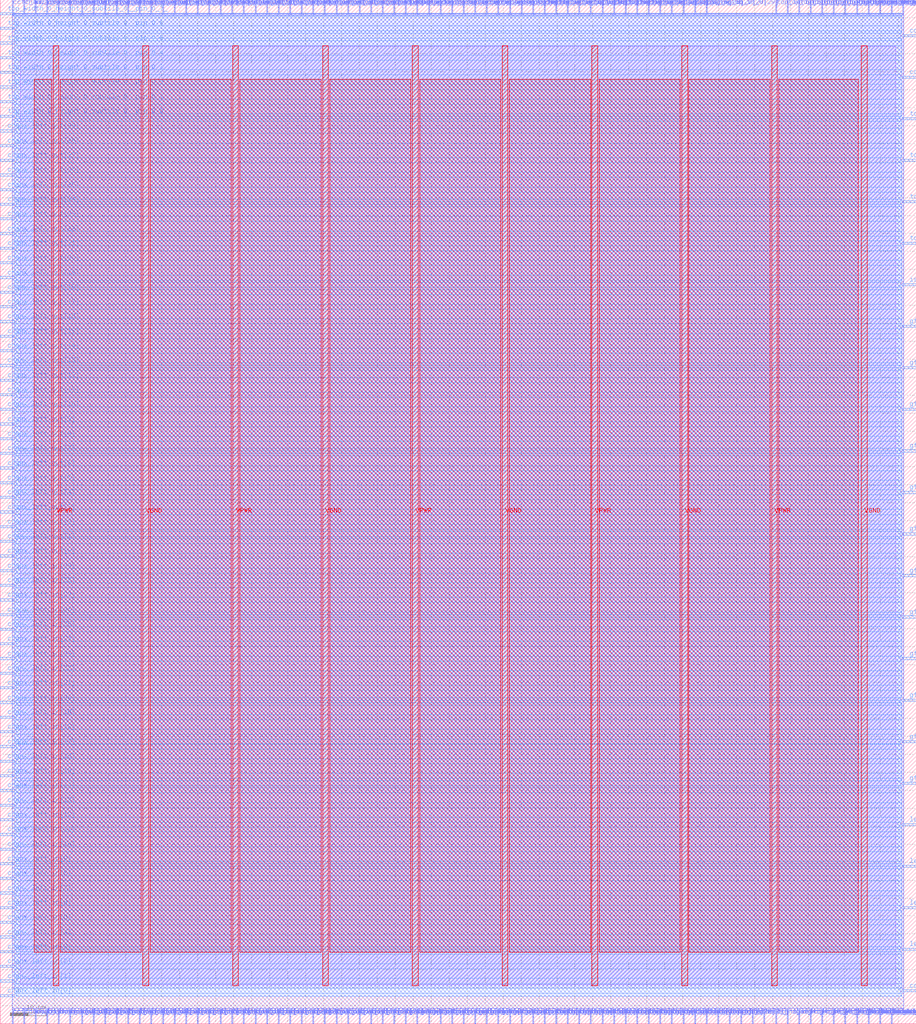
<source format=lef>
VERSION 5.7 ;
  NOWIREEXTENSIONATPIN ON ;
  DIVIDERCHAR "/" ;
  BUSBITCHARS "[]" ;
MACRO right_tile
  CLASS BLOCK ;
  FOREIGN right_tile ;
  ORIGIN 0.000 0.000 ;
  SIZE 255.000 BY 285.000 ;
  PIN VGND
    DIRECTION INOUT ;
    USE GROUND ;
    PORT
      LAYER met4 ;
        RECT 39.720 10.640 41.320 272.240 ;
    END
    PORT
      LAYER met4 ;
        RECT 89.720 10.640 91.320 272.240 ;
    END
    PORT
      LAYER met4 ;
        RECT 139.720 10.640 141.320 272.240 ;
    END
    PORT
      LAYER met4 ;
        RECT 189.720 10.640 191.320 272.240 ;
    END
    PORT
      LAYER met4 ;
        RECT 239.720 10.640 241.320 272.240 ;
    END
  END VGND
  PIN VPWR
    DIRECTION INOUT ;
    USE POWER ;
    PORT
      LAYER met4 ;
        RECT 14.720 10.640 16.320 272.240 ;
    END
    PORT
      LAYER met4 ;
        RECT 64.720 10.640 66.320 272.240 ;
    END
    PORT
      LAYER met4 ;
        RECT 114.720 10.640 116.320 272.240 ;
    END
    PORT
      LAYER met4 ;
        RECT 164.720 10.640 166.320 272.240 ;
    END
    PORT
      LAYER met4 ;
        RECT 214.720 10.640 216.320 272.240 ;
    END
  END VPWR
  PIN bottom_width_0_height_0_subtile_0__pin_cout_0_
    DIRECTION OUTPUT TRISTATE ;
    USE SIGNAL ;
    PORT
      LAYER met2 ;
        RECT 241.590 0.000 241.870 4.000 ;
    END
  END bottom_width_0_height_0_subtile_0__pin_cout_0_
  PIN bottom_width_0_height_0_subtile_0__pin_reg_out_0_
    DIRECTION OUTPUT TRISTATE ;
    USE SIGNAL ;
    PORT
      LAYER met2 ;
        RECT 244.810 0.000 245.090 4.000 ;
    END
  END bottom_width_0_height_0_subtile_0__pin_reg_out_0_
  PIN ccff_head_0_0
    DIRECTION INPUT ;
    USE SIGNAL ;
    PORT
      LAYER met3 ;
        RECT 251.000 8.880 255.000 9.480 ;
    END
  END ccff_head_0_0
  PIN ccff_head_1
    DIRECTION INPUT ;
    USE SIGNAL ;
    PORT
      LAYER met2 ;
        RECT 3.310 0.000 3.590 4.000 ;
    END
  END ccff_head_1
  PIN ccff_head_2
    DIRECTION INPUT ;
    USE SIGNAL ;
    PORT
      LAYER met2 ;
        RECT 251.250 281.000 251.530 285.000 ;
    END
  END ccff_head_2
  PIN ccff_tail
    DIRECTION OUTPUT TRISTATE ;
    USE SIGNAL ;
    PORT
      LAYER met3 ;
        RECT 251.000 274.760 255.000 275.360 ;
    END
  END ccff_tail
  PIN ccff_tail_0
    DIRECTION OUTPUT TRISTATE ;
    USE SIGNAL ;
    PORT
      LAYER met2 ;
        RECT 3.310 281.000 3.590 285.000 ;
    END
  END ccff_tail_0
  PIN ccff_tail_1
    DIRECTION OUTPUT TRISTATE ;
    USE SIGNAL ;
    PORT
      LAYER met3 ;
        RECT 251.000 263.200 255.000 263.800 ;
    END
  END ccff_tail_1
  PIN chanx_left_in[0]
    DIRECTION INPUT ;
    USE SIGNAL ;
    PORT
      LAYER met3 ;
        RECT 0.000 7.520 4.000 8.120 ;
    END
  END chanx_left_in[0]
  PIN chanx_left_in[10]
    DIRECTION INPUT ;
    USE SIGNAL ;
    PORT
      LAYER met3 ;
        RECT 0.000 48.320 4.000 48.920 ;
    END
  END chanx_left_in[10]
  PIN chanx_left_in[11]
    DIRECTION INPUT ;
    USE SIGNAL ;
    PORT
      LAYER met3 ;
        RECT 0.000 52.400 4.000 53.000 ;
    END
  END chanx_left_in[11]
  PIN chanx_left_in[12]
    DIRECTION INPUT ;
    USE SIGNAL ;
    PORT
      LAYER met3 ;
        RECT 0.000 56.480 4.000 57.080 ;
    END
  END chanx_left_in[12]
  PIN chanx_left_in[13]
    DIRECTION INPUT ;
    USE SIGNAL ;
    PORT
      LAYER met3 ;
        RECT 0.000 60.560 4.000 61.160 ;
    END
  END chanx_left_in[13]
  PIN chanx_left_in[14]
    DIRECTION INPUT ;
    USE SIGNAL ;
    PORT
      LAYER met3 ;
        RECT 0.000 64.640 4.000 65.240 ;
    END
  END chanx_left_in[14]
  PIN chanx_left_in[15]
    DIRECTION INPUT ;
    USE SIGNAL ;
    PORT
      LAYER met3 ;
        RECT 0.000 68.720 4.000 69.320 ;
    END
  END chanx_left_in[15]
  PIN chanx_left_in[16]
    DIRECTION INPUT ;
    USE SIGNAL ;
    PORT
      LAYER met3 ;
        RECT 0.000 72.800 4.000 73.400 ;
    END
  END chanx_left_in[16]
  PIN chanx_left_in[17]
    DIRECTION INPUT ;
    USE SIGNAL ;
    PORT
      LAYER met3 ;
        RECT 0.000 76.880 4.000 77.480 ;
    END
  END chanx_left_in[17]
  PIN chanx_left_in[18]
    DIRECTION INPUT ;
    USE SIGNAL ;
    PORT
      LAYER met3 ;
        RECT 0.000 80.960 4.000 81.560 ;
    END
  END chanx_left_in[18]
  PIN chanx_left_in[19]
    DIRECTION INPUT ;
    USE SIGNAL ;
    PORT
      LAYER met3 ;
        RECT 0.000 85.040 4.000 85.640 ;
    END
  END chanx_left_in[19]
  PIN chanx_left_in[1]
    DIRECTION INPUT ;
    USE SIGNAL ;
    PORT
      LAYER met3 ;
        RECT 0.000 11.600 4.000 12.200 ;
    END
  END chanx_left_in[1]
  PIN chanx_left_in[20]
    DIRECTION INPUT ;
    USE SIGNAL ;
    PORT
      LAYER met3 ;
        RECT 0.000 89.120 4.000 89.720 ;
    END
  END chanx_left_in[20]
  PIN chanx_left_in[21]
    DIRECTION INPUT ;
    USE SIGNAL ;
    PORT
      LAYER met3 ;
        RECT 0.000 93.200 4.000 93.800 ;
    END
  END chanx_left_in[21]
  PIN chanx_left_in[22]
    DIRECTION INPUT ;
    USE SIGNAL ;
    PORT
      LAYER met3 ;
        RECT 0.000 97.280 4.000 97.880 ;
    END
  END chanx_left_in[22]
  PIN chanx_left_in[23]
    DIRECTION INPUT ;
    USE SIGNAL ;
    PORT
      LAYER met3 ;
        RECT 0.000 101.360 4.000 101.960 ;
    END
  END chanx_left_in[23]
  PIN chanx_left_in[24]
    DIRECTION INPUT ;
    USE SIGNAL ;
    PORT
      LAYER met3 ;
        RECT 0.000 105.440 4.000 106.040 ;
    END
  END chanx_left_in[24]
  PIN chanx_left_in[25]
    DIRECTION INPUT ;
    USE SIGNAL ;
    PORT
      LAYER met3 ;
        RECT 0.000 109.520 4.000 110.120 ;
    END
  END chanx_left_in[25]
  PIN chanx_left_in[26]
    DIRECTION INPUT ;
    USE SIGNAL ;
    PORT
      LAYER met3 ;
        RECT 0.000 113.600 4.000 114.200 ;
    END
  END chanx_left_in[26]
  PIN chanx_left_in[27]
    DIRECTION INPUT ;
    USE SIGNAL ;
    PORT
      LAYER met3 ;
        RECT 0.000 117.680 4.000 118.280 ;
    END
  END chanx_left_in[27]
  PIN chanx_left_in[28]
    DIRECTION INPUT ;
    USE SIGNAL ;
    PORT
      LAYER met3 ;
        RECT 0.000 121.760 4.000 122.360 ;
    END
  END chanx_left_in[28]
  PIN chanx_left_in[29]
    DIRECTION INPUT ;
    USE SIGNAL ;
    PORT
      LAYER met3 ;
        RECT 0.000 125.840 4.000 126.440 ;
    END
  END chanx_left_in[29]
  PIN chanx_left_in[2]
    DIRECTION INPUT ;
    USE SIGNAL ;
    PORT
      LAYER met3 ;
        RECT 0.000 15.680 4.000 16.280 ;
    END
  END chanx_left_in[2]
  PIN chanx_left_in[3]
    DIRECTION INPUT ;
    USE SIGNAL ;
    PORT
      LAYER met3 ;
        RECT 0.000 19.760 4.000 20.360 ;
    END
  END chanx_left_in[3]
  PIN chanx_left_in[4]
    DIRECTION INPUT ;
    USE SIGNAL ;
    PORT
      LAYER met3 ;
        RECT 0.000 23.840 4.000 24.440 ;
    END
  END chanx_left_in[4]
  PIN chanx_left_in[5]
    DIRECTION INPUT ;
    USE SIGNAL ;
    PORT
      LAYER met3 ;
        RECT 0.000 27.920 4.000 28.520 ;
    END
  END chanx_left_in[5]
  PIN chanx_left_in[6]
    DIRECTION INPUT ;
    USE SIGNAL ;
    PORT
      LAYER met3 ;
        RECT 0.000 32.000 4.000 32.600 ;
    END
  END chanx_left_in[6]
  PIN chanx_left_in[7]
    DIRECTION INPUT ;
    USE SIGNAL ;
    PORT
      LAYER met3 ;
        RECT 0.000 36.080 4.000 36.680 ;
    END
  END chanx_left_in[7]
  PIN chanx_left_in[8]
    DIRECTION INPUT ;
    USE SIGNAL ;
    PORT
      LAYER met3 ;
        RECT 0.000 40.160 4.000 40.760 ;
    END
  END chanx_left_in[8]
  PIN chanx_left_in[9]
    DIRECTION INPUT ;
    USE SIGNAL ;
    PORT
      LAYER met3 ;
        RECT 0.000 44.240 4.000 44.840 ;
    END
  END chanx_left_in[9]
  PIN chanx_left_out[0]
    DIRECTION OUTPUT TRISTATE ;
    USE SIGNAL ;
    PORT
      LAYER met3 ;
        RECT 0.000 129.920 4.000 130.520 ;
    END
  END chanx_left_out[0]
  PIN chanx_left_out[10]
    DIRECTION OUTPUT TRISTATE ;
    USE SIGNAL ;
    PORT
      LAYER met3 ;
        RECT 0.000 170.720 4.000 171.320 ;
    END
  END chanx_left_out[10]
  PIN chanx_left_out[11]
    DIRECTION OUTPUT TRISTATE ;
    USE SIGNAL ;
    PORT
      LAYER met3 ;
        RECT 0.000 174.800 4.000 175.400 ;
    END
  END chanx_left_out[11]
  PIN chanx_left_out[12]
    DIRECTION OUTPUT TRISTATE ;
    USE SIGNAL ;
    PORT
      LAYER met3 ;
        RECT 0.000 178.880 4.000 179.480 ;
    END
  END chanx_left_out[12]
  PIN chanx_left_out[13]
    DIRECTION OUTPUT TRISTATE ;
    USE SIGNAL ;
    PORT
      LAYER met3 ;
        RECT 0.000 182.960 4.000 183.560 ;
    END
  END chanx_left_out[13]
  PIN chanx_left_out[14]
    DIRECTION OUTPUT TRISTATE ;
    USE SIGNAL ;
    PORT
      LAYER met3 ;
        RECT 0.000 187.040 4.000 187.640 ;
    END
  END chanx_left_out[14]
  PIN chanx_left_out[15]
    DIRECTION OUTPUT TRISTATE ;
    USE SIGNAL ;
    PORT
      LAYER met3 ;
        RECT 0.000 191.120 4.000 191.720 ;
    END
  END chanx_left_out[15]
  PIN chanx_left_out[16]
    DIRECTION OUTPUT TRISTATE ;
    USE SIGNAL ;
    PORT
      LAYER met3 ;
        RECT 0.000 195.200 4.000 195.800 ;
    END
  END chanx_left_out[16]
  PIN chanx_left_out[17]
    DIRECTION OUTPUT TRISTATE ;
    USE SIGNAL ;
    PORT
      LAYER met3 ;
        RECT 0.000 199.280 4.000 199.880 ;
    END
  END chanx_left_out[17]
  PIN chanx_left_out[18]
    DIRECTION OUTPUT TRISTATE ;
    USE SIGNAL ;
    PORT
      LAYER met3 ;
        RECT 0.000 203.360 4.000 203.960 ;
    END
  END chanx_left_out[18]
  PIN chanx_left_out[19]
    DIRECTION OUTPUT TRISTATE ;
    USE SIGNAL ;
    PORT
      LAYER met3 ;
        RECT 0.000 207.440 4.000 208.040 ;
    END
  END chanx_left_out[19]
  PIN chanx_left_out[1]
    DIRECTION OUTPUT TRISTATE ;
    USE SIGNAL ;
    PORT
      LAYER met3 ;
        RECT 0.000 134.000 4.000 134.600 ;
    END
  END chanx_left_out[1]
  PIN chanx_left_out[20]
    DIRECTION OUTPUT TRISTATE ;
    USE SIGNAL ;
    PORT
      LAYER met3 ;
        RECT 0.000 211.520 4.000 212.120 ;
    END
  END chanx_left_out[20]
  PIN chanx_left_out[21]
    DIRECTION OUTPUT TRISTATE ;
    USE SIGNAL ;
    PORT
      LAYER met3 ;
        RECT 0.000 215.600 4.000 216.200 ;
    END
  END chanx_left_out[21]
  PIN chanx_left_out[22]
    DIRECTION OUTPUT TRISTATE ;
    USE SIGNAL ;
    PORT
      LAYER met3 ;
        RECT 0.000 219.680 4.000 220.280 ;
    END
  END chanx_left_out[22]
  PIN chanx_left_out[23]
    DIRECTION OUTPUT TRISTATE ;
    USE SIGNAL ;
    PORT
      LAYER met3 ;
        RECT 0.000 223.760 4.000 224.360 ;
    END
  END chanx_left_out[23]
  PIN chanx_left_out[24]
    DIRECTION OUTPUT TRISTATE ;
    USE SIGNAL ;
    PORT
      LAYER met3 ;
        RECT 0.000 227.840 4.000 228.440 ;
    END
  END chanx_left_out[24]
  PIN chanx_left_out[25]
    DIRECTION OUTPUT TRISTATE ;
    USE SIGNAL ;
    PORT
      LAYER met3 ;
        RECT 0.000 231.920 4.000 232.520 ;
    END
  END chanx_left_out[25]
  PIN chanx_left_out[26]
    DIRECTION OUTPUT TRISTATE ;
    USE SIGNAL ;
    PORT
      LAYER met3 ;
        RECT 0.000 236.000 4.000 236.600 ;
    END
  END chanx_left_out[26]
  PIN chanx_left_out[27]
    DIRECTION OUTPUT TRISTATE ;
    USE SIGNAL ;
    PORT
      LAYER met3 ;
        RECT 0.000 240.080 4.000 240.680 ;
    END
  END chanx_left_out[27]
  PIN chanx_left_out[28]
    DIRECTION OUTPUT TRISTATE ;
    USE SIGNAL ;
    PORT
      LAYER met3 ;
        RECT 0.000 244.160 4.000 244.760 ;
    END
  END chanx_left_out[28]
  PIN chanx_left_out[29]
    DIRECTION OUTPUT TRISTATE ;
    USE SIGNAL ;
    PORT
      LAYER met3 ;
        RECT 0.000 248.240 4.000 248.840 ;
    END
  END chanx_left_out[29]
  PIN chanx_left_out[2]
    DIRECTION OUTPUT TRISTATE ;
    USE SIGNAL ;
    PORT
      LAYER met3 ;
        RECT 0.000 138.080 4.000 138.680 ;
    END
  END chanx_left_out[2]
  PIN chanx_left_out[3]
    DIRECTION OUTPUT TRISTATE ;
    USE SIGNAL ;
    PORT
      LAYER met3 ;
        RECT 0.000 142.160 4.000 142.760 ;
    END
  END chanx_left_out[3]
  PIN chanx_left_out[4]
    DIRECTION OUTPUT TRISTATE ;
    USE SIGNAL ;
    PORT
      LAYER met3 ;
        RECT 0.000 146.240 4.000 146.840 ;
    END
  END chanx_left_out[4]
  PIN chanx_left_out[5]
    DIRECTION OUTPUT TRISTATE ;
    USE SIGNAL ;
    PORT
      LAYER met3 ;
        RECT 0.000 150.320 4.000 150.920 ;
    END
  END chanx_left_out[5]
  PIN chanx_left_out[6]
    DIRECTION OUTPUT TRISTATE ;
    USE SIGNAL ;
    PORT
      LAYER met3 ;
        RECT 0.000 154.400 4.000 155.000 ;
    END
  END chanx_left_out[6]
  PIN chanx_left_out[7]
    DIRECTION OUTPUT TRISTATE ;
    USE SIGNAL ;
    PORT
      LAYER met3 ;
        RECT 0.000 158.480 4.000 159.080 ;
    END
  END chanx_left_out[7]
  PIN chanx_left_out[8]
    DIRECTION OUTPUT TRISTATE ;
    USE SIGNAL ;
    PORT
      LAYER met3 ;
        RECT 0.000 162.560 4.000 163.160 ;
    END
  END chanx_left_out[8]
  PIN chanx_left_out[9]
    DIRECTION OUTPUT TRISTATE ;
    USE SIGNAL ;
    PORT
      LAYER met3 ;
        RECT 0.000 166.640 4.000 167.240 ;
    END
  END chanx_left_out[9]
  PIN chany_bottom_in[0]
    DIRECTION INPUT ;
    USE SIGNAL ;
    PORT
      LAYER met2 ;
        RECT 6.530 0.000 6.810 4.000 ;
    END
  END chany_bottom_in[0]
  PIN chany_bottom_in[10]
    DIRECTION INPUT ;
    USE SIGNAL ;
    PORT
      LAYER met2 ;
        RECT 38.730 0.000 39.010 4.000 ;
    END
  END chany_bottom_in[10]
  PIN chany_bottom_in[11]
    DIRECTION INPUT ;
    USE SIGNAL ;
    PORT
      LAYER met2 ;
        RECT 41.950 0.000 42.230 4.000 ;
    END
  END chany_bottom_in[11]
  PIN chany_bottom_in[12]
    DIRECTION INPUT ;
    USE SIGNAL ;
    PORT
      LAYER met2 ;
        RECT 45.170 0.000 45.450 4.000 ;
    END
  END chany_bottom_in[12]
  PIN chany_bottom_in[13]
    DIRECTION INPUT ;
    USE SIGNAL ;
    PORT
      LAYER met2 ;
        RECT 48.390 0.000 48.670 4.000 ;
    END
  END chany_bottom_in[13]
  PIN chany_bottom_in[14]
    DIRECTION INPUT ;
    USE SIGNAL ;
    PORT
      LAYER met2 ;
        RECT 51.610 0.000 51.890 4.000 ;
    END
  END chany_bottom_in[14]
  PIN chany_bottom_in[15]
    DIRECTION INPUT ;
    USE SIGNAL ;
    PORT
      LAYER met2 ;
        RECT 54.830 0.000 55.110 4.000 ;
    END
  END chany_bottom_in[15]
  PIN chany_bottom_in[16]
    DIRECTION INPUT ;
    USE SIGNAL ;
    PORT
      LAYER met2 ;
        RECT 58.050 0.000 58.330 4.000 ;
    END
  END chany_bottom_in[16]
  PIN chany_bottom_in[17]
    DIRECTION INPUT ;
    USE SIGNAL ;
    PORT
      LAYER met2 ;
        RECT 61.270 0.000 61.550 4.000 ;
    END
  END chany_bottom_in[17]
  PIN chany_bottom_in[18]
    DIRECTION INPUT ;
    USE SIGNAL ;
    PORT
      LAYER met2 ;
        RECT 64.490 0.000 64.770 4.000 ;
    END
  END chany_bottom_in[18]
  PIN chany_bottom_in[19]
    DIRECTION INPUT ;
    USE SIGNAL ;
    PORT
      LAYER met2 ;
        RECT 67.710 0.000 67.990 4.000 ;
    END
  END chany_bottom_in[19]
  PIN chany_bottom_in[1]
    DIRECTION INPUT ;
    USE SIGNAL ;
    PORT
      LAYER met2 ;
        RECT 9.750 0.000 10.030 4.000 ;
    END
  END chany_bottom_in[1]
  PIN chany_bottom_in[20]
    DIRECTION INPUT ;
    USE SIGNAL ;
    PORT
      LAYER met2 ;
        RECT 70.930 0.000 71.210 4.000 ;
    END
  END chany_bottom_in[20]
  PIN chany_bottom_in[21]
    DIRECTION INPUT ;
    USE SIGNAL ;
    PORT
      LAYER met2 ;
        RECT 74.150 0.000 74.430 4.000 ;
    END
  END chany_bottom_in[21]
  PIN chany_bottom_in[22]
    DIRECTION INPUT ;
    USE SIGNAL ;
    PORT
      LAYER met2 ;
        RECT 77.370 0.000 77.650 4.000 ;
    END
  END chany_bottom_in[22]
  PIN chany_bottom_in[23]
    DIRECTION INPUT ;
    USE SIGNAL ;
    PORT
      LAYER met2 ;
        RECT 80.590 0.000 80.870 4.000 ;
    END
  END chany_bottom_in[23]
  PIN chany_bottom_in[24]
    DIRECTION INPUT ;
    USE SIGNAL ;
    PORT
      LAYER met2 ;
        RECT 83.810 0.000 84.090 4.000 ;
    END
  END chany_bottom_in[24]
  PIN chany_bottom_in[25]
    DIRECTION INPUT ;
    USE SIGNAL ;
    PORT
      LAYER met2 ;
        RECT 87.030 0.000 87.310 4.000 ;
    END
  END chany_bottom_in[25]
  PIN chany_bottom_in[26]
    DIRECTION INPUT ;
    USE SIGNAL ;
    PORT
      LAYER met2 ;
        RECT 90.250 0.000 90.530 4.000 ;
    END
  END chany_bottom_in[26]
  PIN chany_bottom_in[27]
    DIRECTION INPUT ;
    USE SIGNAL ;
    PORT
      LAYER met2 ;
        RECT 93.470 0.000 93.750 4.000 ;
    END
  END chany_bottom_in[27]
  PIN chany_bottom_in[28]
    DIRECTION INPUT ;
    USE SIGNAL ;
    PORT
      LAYER met2 ;
        RECT 96.690 0.000 96.970 4.000 ;
    END
  END chany_bottom_in[28]
  PIN chany_bottom_in[29]
    DIRECTION INPUT ;
    USE SIGNAL ;
    PORT
      LAYER met2 ;
        RECT 99.910 0.000 100.190 4.000 ;
    END
  END chany_bottom_in[29]
  PIN chany_bottom_in[2]
    DIRECTION INPUT ;
    USE SIGNAL ;
    PORT
      LAYER met2 ;
        RECT 12.970 0.000 13.250 4.000 ;
    END
  END chany_bottom_in[2]
  PIN chany_bottom_in[3]
    DIRECTION INPUT ;
    USE SIGNAL ;
    PORT
      LAYER met2 ;
        RECT 16.190 0.000 16.470 4.000 ;
    END
  END chany_bottom_in[3]
  PIN chany_bottom_in[4]
    DIRECTION INPUT ;
    USE SIGNAL ;
    PORT
      LAYER met2 ;
        RECT 19.410 0.000 19.690 4.000 ;
    END
  END chany_bottom_in[4]
  PIN chany_bottom_in[5]
    DIRECTION INPUT ;
    USE SIGNAL ;
    PORT
      LAYER met2 ;
        RECT 22.630 0.000 22.910 4.000 ;
    END
  END chany_bottom_in[5]
  PIN chany_bottom_in[6]
    DIRECTION INPUT ;
    USE SIGNAL ;
    PORT
      LAYER met2 ;
        RECT 25.850 0.000 26.130 4.000 ;
    END
  END chany_bottom_in[6]
  PIN chany_bottom_in[7]
    DIRECTION INPUT ;
    USE SIGNAL ;
    PORT
      LAYER met2 ;
        RECT 29.070 0.000 29.350 4.000 ;
    END
  END chany_bottom_in[7]
  PIN chany_bottom_in[8]
    DIRECTION INPUT ;
    USE SIGNAL ;
    PORT
      LAYER met2 ;
        RECT 32.290 0.000 32.570 4.000 ;
    END
  END chany_bottom_in[8]
  PIN chany_bottom_in[9]
    DIRECTION INPUT ;
    USE SIGNAL ;
    PORT
      LAYER met2 ;
        RECT 35.510 0.000 35.790 4.000 ;
    END
  END chany_bottom_in[9]
  PIN chany_bottom_out[0]
    DIRECTION OUTPUT TRISTATE ;
    USE SIGNAL ;
    PORT
      LAYER met2 ;
        RECT 103.130 0.000 103.410 4.000 ;
    END
  END chany_bottom_out[0]
  PIN chany_bottom_out[10]
    DIRECTION OUTPUT TRISTATE ;
    USE SIGNAL ;
    PORT
      LAYER met2 ;
        RECT 135.330 0.000 135.610 4.000 ;
    END
  END chany_bottom_out[10]
  PIN chany_bottom_out[11]
    DIRECTION OUTPUT TRISTATE ;
    USE SIGNAL ;
    PORT
      LAYER met2 ;
        RECT 138.550 0.000 138.830 4.000 ;
    END
  END chany_bottom_out[11]
  PIN chany_bottom_out[12]
    DIRECTION OUTPUT TRISTATE ;
    USE SIGNAL ;
    PORT
      LAYER met2 ;
        RECT 141.770 0.000 142.050 4.000 ;
    END
  END chany_bottom_out[12]
  PIN chany_bottom_out[13]
    DIRECTION OUTPUT TRISTATE ;
    USE SIGNAL ;
    PORT
      LAYER met2 ;
        RECT 144.990 0.000 145.270 4.000 ;
    END
  END chany_bottom_out[13]
  PIN chany_bottom_out[14]
    DIRECTION OUTPUT TRISTATE ;
    USE SIGNAL ;
    PORT
      LAYER met2 ;
        RECT 148.210 0.000 148.490 4.000 ;
    END
  END chany_bottom_out[14]
  PIN chany_bottom_out[15]
    DIRECTION OUTPUT TRISTATE ;
    USE SIGNAL ;
    PORT
      LAYER met2 ;
        RECT 151.430 0.000 151.710 4.000 ;
    END
  END chany_bottom_out[15]
  PIN chany_bottom_out[16]
    DIRECTION OUTPUT TRISTATE ;
    USE SIGNAL ;
    PORT
      LAYER met2 ;
        RECT 154.650 0.000 154.930 4.000 ;
    END
  END chany_bottom_out[16]
  PIN chany_bottom_out[17]
    DIRECTION OUTPUT TRISTATE ;
    USE SIGNAL ;
    PORT
      LAYER met2 ;
        RECT 157.870 0.000 158.150 4.000 ;
    END
  END chany_bottom_out[17]
  PIN chany_bottom_out[18]
    DIRECTION OUTPUT TRISTATE ;
    USE SIGNAL ;
    PORT
      LAYER met2 ;
        RECT 161.090 0.000 161.370 4.000 ;
    END
  END chany_bottom_out[18]
  PIN chany_bottom_out[19]
    DIRECTION OUTPUT TRISTATE ;
    USE SIGNAL ;
    PORT
      LAYER met2 ;
        RECT 164.310 0.000 164.590 4.000 ;
    END
  END chany_bottom_out[19]
  PIN chany_bottom_out[1]
    DIRECTION OUTPUT TRISTATE ;
    USE SIGNAL ;
    PORT
      LAYER met2 ;
        RECT 106.350 0.000 106.630 4.000 ;
    END
  END chany_bottom_out[1]
  PIN chany_bottom_out[20]
    DIRECTION OUTPUT TRISTATE ;
    USE SIGNAL ;
    PORT
      LAYER met2 ;
        RECT 167.530 0.000 167.810 4.000 ;
    END
  END chany_bottom_out[20]
  PIN chany_bottom_out[21]
    DIRECTION OUTPUT TRISTATE ;
    USE SIGNAL ;
    PORT
      LAYER met2 ;
        RECT 170.750 0.000 171.030 4.000 ;
    END
  END chany_bottom_out[21]
  PIN chany_bottom_out[22]
    DIRECTION OUTPUT TRISTATE ;
    USE SIGNAL ;
    PORT
      LAYER met2 ;
        RECT 173.970 0.000 174.250 4.000 ;
    END
  END chany_bottom_out[22]
  PIN chany_bottom_out[23]
    DIRECTION OUTPUT TRISTATE ;
    USE SIGNAL ;
    PORT
      LAYER met2 ;
        RECT 177.190 0.000 177.470 4.000 ;
    END
  END chany_bottom_out[23]
  PIN chany_bottom_out[24]
    DIRECTION OUTPUT TRISTATE ;
    USE SIGNAL ;
    PORT
      LAYER met2 ;
        RECT 180.410 0.000 180.690 4.000 ;
    END
  END chany_bottom_out[24]
  PIN chany_bottom_out[25]
    DIRECTION OUTPUT TRISTATE ;
    USE SIGNAL ;
    PORT
      LAYER met2 ;
        RECT 183.630 0.000 183.910 4.000 ;
    END
  END chany_bottom_out[25]
  PIN chany_bottom_out[26]
    DIRECTION OUTPUT TRISTATE ;
    USE SIGNAL ;
    PORT
      LAYER met2 ;
        RECT 186.850 0.000 187.130 4.000 ;
    END
  END chany_bottom_out[26]
  PIN chany_bottom_out[27]
    DIRECTION OUTPUT TRISTATE ;
    USE SIGNAL ;
    PORT
      LAYER met2 ;
        RECT 190.070 0.000 190.350 4.000 ;
    END
  END chany_bottom_out[27]
  PIN chany_bottom_out[28]
    DIRECTION OUTPUT TRISTATE ;
    USE SIGNAL ;
    PORT
      LAYER met2 ;
        RECT 193.290 0.000 193.570 4.000 ;
    END
  END chany_bottom_out[28]
  PIN chany_bottom_out[29]
    DIRECTION OUTPUT TRISTATE ;
    USE SIGNAL ;
    PORT
      LAYER met2 ;
        RECT 196.510 0.000 196.790 4.000 ;
    END
  END chany_bottom_out[29]
  PIN chany_bottom_out[2]
    DIRECTION OUTPUT TRISTATE ;
    USE SIGNAL ;
    PORT
      LAYER met2 ;
        RECT 109.570 0.000 109.850 4.000 ;
    END
  END chany_bottom_out[2]
  PIN chany_bottom_out[3]
    DIRECTION OUTPUT TRISTATE ;
    USE SIGNAL ;
    PORT
      LAYER met2 ;
        RECT 112.790 0.000 113.070 4.000 ;
    END
  END chany_bottom_out[3]
  PIN chany_bottom_out[4]
    DIRECTION OUTPUT TRISTATE ;
    USE SIGNAL ;
    PORT
      LAYER met2 ;
        RECT 116.010 0.000 116.290 4.000 ;
    END
  END chany_bottom_out[4]
  PIN chany_bottom_out[5]
    DIRECTION OUTPUT TRISTATE ;
    USE SIGNAL ;
    PORT
      LAYER met2 ;
        RECT 119.230 0.000 119.510 4.000 ;
    END
  END chany_bottom_out[5]
  PIN chany_bottom_out[6]
    DIRECTION OUTPUT TRISTATE ;
    USE SIGNAL ;
    PORT
      LAYER met2 ;
        RECT 122.450 0.000 122.730 4.000 ;
    END
  END chany_bottom_out[6]
  PIN chany_bottom_out[7]
    DIRECTION OUTPUT TRISTATE ;
    USE SIGNAL ;
    PORT
      LAYER met2 ;
        RECT 125.670 0.000 125.950 4.000 ;
    END
  END chany_bottom_out[7]
  PIN chany_bottom_out[8]
    DIRECTION OUTPUT TRISTATE ;
    USE SIGNAL ;
    PORT
      LAYER met2 ;
        RECT 128.890 0.000 129.170 4.000 ;
    END
  END chany_bottom_out[8]
  PIN chany_bottom_out[9]
    DIRECTION OUTPUT TRISTATE ;
    USE SIGNAL ;
    PORT
      LAYER met2 ;
        RECT 132.110 0.000 132.390 4.000 ;
    END
  END chany_bottom_out[9]
  PIN chany_top_in_0[0]
    DIRECTION INPUT ;
    USE SIGNAL ;
    PORT
      LAYER met2 ;
        RECT 103.130 281.000 103.410 285.000 ;
    END
  END chany_top_in_0[0]
  PIN chany_top_in_0[10]
    DIRECTION INPUT ;
    USE SIGNAL ;
    PORT
      LAYER met2 ;
        RECT 135.330 281.000 135.610 285.000 ;
    END
  END chany_top_in_0[10]
  PIN chany_top_in_0[11]
    DIRECTION INPUT ;
    USE SIGNAL ;
    PORT
      LAYER met2 ;
        RECT 138.550 281.000 138.830 285.000 ;
    END
  END chany_top_in_0[11]
  PIN chany_top_in_0[12]
    DIRECTION INPUT ;
    USE SIGNAL ;
    PORT
      LAYER met2 ;
        RECT 141.770 281.000 142.050 285.000 ;
    END
  END chany_top_in_0[12]
  PIN chany_top_in_0[13]
    DIRECTION INPUT ;
    USE SIGNAL ;
    PORT
      LAYER met2 ;
        RECT 144.990 281.000 145.270 285.000 ;
    END
  END chany_top_in_0[13]
  PIN chany_top_in_0[14]
    DIRECTION INPUT ;
    USE SIGNAL ;
    PORT
      LAYER met2 ;
        RECT 148.210 281.000 148.490 285.000 ;
    END
  END chany_top_in_0[14]
  PIN chany_top_in_0[15]
    DIRECTION INPUT ;
    USE SIGNAL ;
    PORT
      LAYER met2 ;
        RECT 151.430 281.000 151.710 285.000 ;
    END
  END chany_top_in_0[15]
  PIN chany_top_in_0[16]
    DIRECTION INPUT ;
    USE SIGNAL ;
    PORT
      LAYER met2 ;
        RECT 154.650 281.000 154.930 285.000 ;
    END
  END chany_top_in_0[16]
  PIN chany_top_in_0[17]
    DIRECTION INPUT ;
    USE SIGNAL ;
    PORT
      LAYER met2 ;
        RECT 157.870 281.000 158.150 285.000 ;
    END
  END chany_top_in_0[17]
  PIN chany_top_in_0[18]
    DIRECTION INPUT ;
    USE SIGNAL ;
    PORT
      LAYER met2 ;
        RECT 161.090 281.000 161.370 285.000 ;
    END
  END chany_top_in_0[18]
  PIN chany_top_in_0[19]
    DIRECTION INPUT ;
    USE SIGNAL ;
    PORT
      LAYER met2 ;
        RECT 164.310 281.000 164.590 285.000 ;
    END
  END chany_top_in_0[19]
  PIN chany_top_in_0[1]
    DIRECTION INPUT ;
    USE SIGNAL ;
    PORT
      LAYER met2 ;
        RECT 106.350 281.000 106.630 285.000 ;
    END
  END chany_top_in_0[1]
  PIN chany_top_in_0[20]
    DIRECTION INPUT ;
    USE SIGNAL ;
    PORT
      LAYER met2 ;
        RECT 167.530 281.000 167.810 285.000 ;
    END
  END chany_top_in_0[20]
  PIN chany_top_in_0[21]
    DIRECTION INPUT ;
    USE SIGNAL ;
    PORT
      LAYER met2 ;
        RECT 170.750 281.000 171.030 285.000 ;
    END
  END chany_top_in_0[21]
  PIN chany_top_in_0[22]
    DIRECTION INPUT ;
    USE SIGNAL ;
    PORT
      LAYER met2 ;
        RECT 173.970 281.000 174.250 285.000 ;
    END
  END chany_top_in_0[22]
  PIN chany_top_in_0[23]
    DIRECTION INPUT ;
    USE SIGNAL ;
    PORT
      LAYER met2 ;
        RECT 177.190 281.000 177.470 285.000 ;
    END
  END chany_top_in_0[23]
  PIN chany_top_in_0[24]
    DIRECTION INPUT ;
    USE SIGNAL ;
    PORT
      LAYER met2 ;
        RECT 180.410 281.000 180.690 285.000 ;
    END
  END chany_top_in_0[24]
  PIN chany_top_in_0[25]
    DIRECTION INPUT ;
    USE SIGNAL ;
    PORT
      LAYER met2 ;
        RECT 183.630 281.000 183.910 285.000 ;
    END
  END chany_top_in_0[25]
  PIN chany_top_in_0[26]
    DIRECTION INPUT ;
    USE SIGNAL ;
    PORT
      LAYER met2 ;
        RECT 186.850 281.000 187.130 285.000 ;
    END
  END chany_top_in_0[26]
  PIN chany_top_in_0[27]
    DIRECTION INPUT ;
    USE SIGNAL ;
    PORT
      LAYER met2 ;
        RECT 190.070 281.000 190.350 285.000 ;
    END
  END chany_top_in_0[27]
  PIN chany_top_in_0[28]
    DIRECTION INPUT ;
    USE SIGNAL ;
    PORT
      LAYER met2 ;
        RECT 193.290 281.000 193.570 285.000 ;
    END
  END chany_top_in_0[28]
  PIN chany_top_in_0[29]
    DIRECTION INPUT ;
    USE SIGNAL ;
    PORT
      LAYER met2 ;
        RECT 196.510 281.000 196.790 285.000 ;
    END
  END chany_top_in_0[29]
  PIN chany_top_in_0[2]
    DIRECTION INPUT ;
    USE SIGNAL ;
    PORT
      LAYER met2 ;
        RECT 109.570 281.000 109.850 285.000 ;
    END
  END chany_top_in_0[2]
  PIN chany_top_in_0[3]
    DIRECTION INPUT ;
    USE SIGNAL ;
    PORT
      LAYER met2 ;
        RECT 112.790 281.000 113.070 285.000 ;
    END
  END chany_top_in_0[3]
  PIN chany_top_in_0[4]
    DIRECTION INPUT ;
    USE SIGNAL ;
    PORT
      LAYER met2 ;
        RECT 116.010 281.000 116.290 285.000 ;
    END
  END chany_top_in_0[4]
  PIN chany_top_in_0[5]
    DIRECTION INPUT ;
    USE SIGNAL ;
    PORT
      LAYER met2 ;
        RECT 119.230 281.000 119.510 285.000 ;
    END
  END chany_top_in_0[5]
  PIN chany_top_in_0[6]
    DIRECTION INPUT ;
    USE SIGNAL ;
    PORT
      LAYER met2 ;
        RECT 122.450 281.000 122.730 285.000 ;
    END
  END chany_top_in_0[6]
  PIN chany_top_in_0[7]
    DIRECTION INPUT ;
    USE SIGNAL ;
    PORT
      LAYER met2 ;
        RECT 125.670 281.000 125.950 285.000 ;
    END
  END chany_top_in_0[7]
  PIN chany_top_in_0[8]
    DIRECTION INPUT ;
    USE SIGNAL ;
    PORT
      LAYER met2 ;
        RECT 128.890 281.000 129.170 285.000 ;
    END
  END chany_top_in_0[8]
  PIN chany_top_in_0[9]
    DIRECTION INPUT ;
    USE SIGNAL ;
    PORT
      LAYER met2 ;
        RECT 132.110 281.000 132.390 285.000 ;
    END
  END chany_top_in_0[9]
  PIN chany_top_out_0[0]
    DIRECTION OUTPUT TRISTATE ;
    USE SIGNAL ;
    PORT
      LAYER met2 ;
        RECT 6.530 281.000 6.810 285.000 ;
    END
  END chany_top_out_0[0]
  PIN chany_top_out_0[10]
    DIRECTION OUTPUT TRISTATE ;
    USE SIGNAL ;
    PORT
      LAYER met2 ;
        RECT 38.730 281.000 39.010 285.000 ;
    END
  END chany_top_out_0[10]
  PIN chany_top_out_0[11]
    DIRECTION OUTPUT TRISTATE ;
    USE SIGNAL ;
    PORT
      LAYER met2 ;
        RECT 41.950 281.000 42.230 285.000 ;
    END
  END chany_top_out_0[11]
  PIN chany_top_out_0[12]
    DIRECTION OUTPUT TRISTATE ;
    USE SIGNAL ;
    PORT
      LAYER met2 ;
        RECT 45.170 281.000 45.450 285.000 ;
    END
  END chany_top_out_0[12]
  PIN chany_top_out_0[13]
    DIRECTION OUTPUT TRISTATE ;
    USE SIGNAL ;
    PORT
      LAYER met2 ;
        RECT 48.390 281.000 48.670 285.000 ;
    END
  END chany_top_out_0[13]
  PIN chany_top_out_0[14]
    DIRECTION OUTPUT TRISTATE ;
    USE SIGNAL ;
    PORT
      LAYER met2 ;
        RECT 51.610 281.000 51.890 285.000 ;
    END
  END chany_top_out_0[14]
  PIN chany_top_out_0[15]
    DIRECTION OUTPUT TRISTATE ;
    USE SIGNAL ;
    PORT
      LAYER met2 ;
        RECT 54.830 281.000 55.110 285.000 ;
    END
  END chany_top_out_0[15]
  PIN chany_top_out_0[16]
    DIRECTION OUTPUT TRISTATE ;
    USE SIGNAL ;
    PORT
      LAYER met2 ;
        RECT 58.050 281.000 58.330 285.000 ;
    END
  END chany_top_out_0[16]
  PIN chany_top_out_0[17]
    DIRECTION OUTPUT TRISTATE ;
    USE SIGNAL ;
    PORT
      LAYER met2 ;
        RECT 61.270 281.000 61.550 285.000 ;
    END
  END chany_top_out_0[17]
  PIN chany_top_out_0[18]
    DIRECTION OUTPUT TRISTATE ;
    USE SIGNAL ;
    PORT
      LAYER met2 ;
        RECT 64.490 281.000 64.770 285.000 ;
    END
  END chany_top_out_0[18]
  PIN chany_top_out_0[19]
    DIRECTION OUTPUT TRISTATE ;
    USE SIGNAL ;
    PORT
      LAYER met2 ;
        RECT 67.710 281.000 67.990 285.000 ;
    END
  END chany_top_out_0[19]
  PIN chany_top_out_0[1]
    DIRECTION OUTPUT TRISTATE ;
    USE SIGNAL ;
    PORT
      LAYER met2 ;
        RECT 9.750 281.000 10.030 285.000 ;
    END
  END chany_top_out_0[1]
  PIN chany_top_out_0[20]
    DIRECTION OUTPUT TRISTATE ;
    USE SIGNAL ;
    PORT
      LAYER met2 ;
        RECT 70.930 281.000 71.210 285.000 ;
    END
  END chany_top_out_0[20]
  PIN chany_top_out_0[21]
    DIRECTION OUTPUT TRISTATE ;
    USE SIGNAL ;
    PORT
      LAYER met2 ;
        RECT 74.150 281.000 74.430 285.000 ;
    END
  END chany_top_out_0[21]
  PIN chany_top_out_0[22]
    DIRECTION OUTPUT TRISTATE ;
    USE SIGNAL ;
    PORT
      LAYER met2 ;
        RECT 77.370 281.000 77.650 285.000 ;
    END
  END chany_top_out_0[22]
  PIN chany_top_out_0[23]
    DIRECTION OUTPUT TRISTATE ;
    USE SIGNAL ;
    PORT
      LAYER met2 ;
        RECT 80.590 281.000 80.870 285.000 ;
    END
  END chany_top_out_0[23]
  PIN chany_top_out_0[24]
    DIRECTION OUTPUT TRISTATE ;
    USE SIGNAL ;
    PORT
      LAYER met2 ;
        RECT 83.810 281.000 84.090 285.000 ;
    END
  END chany_top_out_0[24]
  PIN chany_top_out_0[25]
    DIRECTION OUTPUT TRISTATE ;
    USE SIGNAL ;
    PORT
      LAYER met2 ;
        RECT 87.030 281.000 87.310 285.000 ;
    END
  END chany_top_out_0[25]
  PIN chany_top_out_0[26]
    DIRECTION OUTPUT TRISTATE ;
    USE SIGNAL ;
    PORT
      LAYER met2 ;
        RECT 90.250 281.000 90.530 285.000 ;
    END
  END chany_top_out_0[26]
  PIN chany_top_out_0[27]
    DIRECTION OUTPUT TRISTATE ;
    USE SIGNAL ;
    PORT
      LAYER met2 ;
        RECT 93.470 281.000 93.750 285.000 ;
    END
  END chany_top_out_0[27]
  PIN chany_top_out_0[28]
    DIRECTION OUTPUT TRISTATE ;
    USE SIGNAL ;
    PORT
      LAYER met2 ;
        RECT 96.690 281.000 96.970 285.000 ;
    END
  END chany_top_out_0[28]
  PIN chany_top_out_0[29]
    DIRECTION OUTPUT TRISTATE ;
    USE SIGNAL ;
    PORT
      LAYER met2 ;
        RECT 99.910 281.000 100.190 285.000 ;
    END
  END chany_top_out_0[29]
  PIN chany_top_out_0[2]
    DIRECTION OUTPUT TRISTATE ;
    USE SIGNAL ;
    PORT
      LAYER met2 ;
        RECT 12.970 281.000 13.250 285.000 ;
    END
  END chany_top_out_0[2]
  PIN chany_top_out_0[3]
    DIRECTION OUTPUT TRISTATE ;
    USE SIGNAL ;
    PORT
      LAYER met2 ;
        RECT 16.190 281.000 16.470 285.000 ;
    END
  END chany_top_out_0[3]
  PIN chany_top_out_0[4]
    DIRECTION OUTPUT TRISTATE ;
    USE SIGNAL ;
    PORT
      LAYER met2 ;
        RECT 19.410 281.000 19.690 285.000 ;
    END
  END chany_top_out_0[4]
  PIN chany_top_out_0[5]
    DIRECTION OUTPUT TRISTATE ;
    USE SIGNAL ;
    PORT
      LAYER met2 ;
        RECT 22.630 281.000 22.910 285.000 ;
    END
  END chany_top_out_0[5]
  PIN chany_top_out_0[6]
    DIRECTION OUTPUT TRISTATE ;
    USE SIGNAL ;
    PORT
      LAYER met2 ;
        RECT 25.850 281.000 26.130 285.000 ;
    END
  END chany_top_out_0[6]
  PIN chany_top_out_0[7]
    DIRECTION OUTPUT TRISTATE ;
    USE SIGNAL ;
    PORT
      LAYER met2 ;
        RECT 29.070 281.000 29.350 285.000 ;
    END
  END chany_top_out_0[7]
  PIN chany_top_out_0[8]
    DIRECTION OUTPUT TRISTATE ;
    USE SIGNAL ;
    PORT
      LAYER met2 ;
        RECT 32.290 281.000 32.570 285.000 ;
    END
  END chany_top_out_0[8]
  PIN chany_top_out_0[9]
    DIRECTION OUTPUT TRISTATE ;
    USE SIGNAL ;
    PORT
      LAYER met2 ;
        RECT 35.510 281.000 35.790 285.000 ;
    END
  END chany_top_out_0[9]
  PIN clk0
    DIRECTION INPUT ;
    USE SIGNAL ;
    PORT
      LAYER met2 ;
        RECT 199.730 0.000 200.010 4.000 ;
    END
  END clk0
  PIN gfpga_pad_io_soc_dir[0]
    DIRECTION OUTPUT TRISTATE ;
    USE SIGNAL ;
    PORT
      LAYER met3 ;
        RECT 251.000 66.680 255.000 67.280 ;
    END
  END gfpga_pad_io_soc_dir[0]
  PIN gfpga_pad_io_soc_dir[1]
    DIRECTION OUTPUT TRISTATE ;
    USE SIGNAL ;
    PORT
      LAYER met3 ;
        RECT 251.000 78.240 255.000 78.840 ;
    END
  END gfpga_pad_io_soc_dir[1]
  PIN gfpga_pad_io_soc_dir[2]
    DIRECTION OUTPUT TRISTATE ;
    USE SIGNAL ;
    PORT
      LAYER met3 ;
        RECT 251.000 89.800 255.000 90.400 ;
    END
  END gfpga_pad_io_soc_dir[2]
  PIN gfpga_pad_io_soc_dir[3]
    DIRECTION OUTPUT TRISTATE ;
    USE SIGNAL ;
    PORT
      LAYER met3 ;
        RECT 251.000 101.360 255.000 101.960 ;
    END
  END gfpga_pad_io_soc_dir[3]
  PIN gfpga_pad_io_soc_in[0]
    DIRECTION INPUT ;
    USE SIGNAL ;
    PORT
      LAYER met3 ;
        RECT 251.000 159.160 255.000 159.760 ;
    END
  END gfpga_pad_io_soc_in[0]
  PIN gfpga_pad_io_soc_in[1]
    DIRECTION INPUT ;
    USE SIGNAL ;
    PORT
      LAYER met3 ;
        RECT 251.000 170.720 255.000 171.320 ;
    END
  END gfpga_pad_io_soc_in[1]
  PIN gfpga_pad_io_soc_in[2]
    DIRECTION INPUT ;
    USE SIGNAL ;
    PORT
      LAYER met3 ;
        RECT 251.000 182.280 255.000 182.880 ;
    END
  END gfpga_pad_io_soc_in[2]
  PIN gfpga_pad_io_soc_in[3]
    DIRECTION INPUT ;
    USE SIGNAL ;
    PORT
      LAYER met3 ;
        RECT 251.000 193.840 255.000 194.440 ;
    END
  END gfpga_pad_io_soc_in[3]
  PIN gfpga_pad_io_soc_out[0]
    DIRECTION OUTPUT TRISTATE ;
    USE SIGNAL ;
    PORT
      LAYER met3 ;
        RECT 251.000 112.920 255.000 113.520 ;
    END
  END gfpga_pad_io_soc_out[0]
  PIN gfpga_pad_io_soc_out[1]
    DIRECTION OUTPUT TRISTATE ;
    USE SIGNAL ;
    PORT
      LAYER met3 ;
        RECT 251.000 124.480 255.000 125.080 ;
    END
  END gfpga_pad_io_soc_out[1]
  PIN gfpga_pad_io_soc_out[2]
    DIRECTION OUTPUT TRISTATE ;
    USE SIGNAL ;
    PORT
      LAYER met3 ;
        RECT 251.000 136.040 255.000 136.640 ;
    END
  END gfpga_pad_io_soc_out[2]
  PIN gfpga_pad_io_soc_out[3]
    DIRECTION OUTPUT TRISTATE ;
    USE SIGNAL ;
    PORT
      LAYER met3 ;
        RECT 251.000 147.600 255.000 148.200 ;
    END
  END gfpga_pad_io_soc_out[3]
  PIN isol_n
    DIRECTION INPUT ;
    USE SIGNAL ;
    PORT
      LAYER met3 ;
        RECT 251.000 205.400 255.000 206.000 ;
    END
  END isol_n
  PIN left_width_0_height_0_subtile_0__pin_inpad_0_
    DIRECTION OUTPUT TRISTATE ;
    USE SIGNAL ;
    PORT
      LAYER met3 ;
        RECT 251.000 20.440 255.000 21.040 ;
    END
  END left_width_0_height_0_subtile_0__pin_inpad_0_
  PIN left_width_0_height_0_subtile_1__pin_inpad_0_
    DIRECTION OUTPUT TRISTATE ;
    USE SIGNAL ;
    PORT
      LAYER met3 ;
        RECT 251.000 32.000 255.000 32.600 ;
    END
  END left_width_0_height_0_subtile_1__pin_inpad_0_
  PIN left_width_0_height_0_subtile_2__pin_inpad_0_
    DIRECTION OUTPUT TRISTATE ;
    USE SIGNAL ;
    PORT
      LAYER met3 ;
        RECT 251.000 43.560 255.000 44.160 ;
    END
  END left_width_0_height_0_subtile_2__pin_inpad_0_
  PIN left_width_0_height_0_subtile_3__pin_inpad_0_
    DIRECTION OUTPUT TRISTATE ;
    USE SIGNAL ;
    PORT
      LAYER met3 ;
        RECT 251.000 55.120 255.000 55.720 ;
    END
  END left_width_0_height_0_subtile_3__pin_inpad_0_
  PIN prog_clk
    DIRECTION INPUT ;
    USE SIGNAL ;
    PORT
      LAYER met2 ;
        RECT 202.950 0.000 203.230 4.000 ;
    END
  END prog_clk
  PIN prog_reset
    DIRECTION INPUT ;
    USE SIGNAL ;
    PORT
      LAYER met2 ;
        RECT 206.170 0.000 206.450 4.000 ;
    END
  END prog_reset
  PIN reset
    DIRECTION INPUT ;
    USE SIGNAL ;
    PORT
      LAYER met2 ;
        RECT 209.390 0.000 209.670 4.000 ;
    END
  END reset
  PIN right_width_0_height_0_subtile_0__pin_O_10_
    DIRECTION OUTPUT TRISTATE ;
    USE SIGNAL ;
    PORT
      LAYER met2 ;
        RECT 222.270 0.000 222.550 4.000 ;
    END
  END right_width_0_height_0_subtile_0__pin_O_10_
  PIN right_width_0_height_0_subtile_0__pin_O_11_
    DIRECTION OUTPUT TRISTATE ;
    USE SIGNAL ;
    PORT
      LAYER met2 ;
        RECT 225.490 0.000 225.770 4.000 ;
    END
  END right_width_0_height_0_subtile_0__pin_O_11_
  PIN right_width_0_height_0_subtile_0__pin_O_12_
    DIRECTION OUTPUT TRISTATE ;
    USE SIGNAL ;
    PORT
      LAYER met2 ;
        RECT 228.710 0.000 228.990 4.000 ;
    END
  END right_width_0_height_0_subtile_0__pin_O_12_
  PIN right_width_0_height_0_subtile_0__pin_O_13_
    DIRECTION OUTPUT TRISTATE ;
    USE SIGNAL ;
    PORT
      LAYER met2 ;
        RECT 231.930 0.000 232.210 4.000 ;
    END
  END right_width_0_height_0_subtile_0__pin_O_13_
  PIN right_width_0_height_0_subtile_0__pin_O_14_
    DIRECTION OUTPUT TRISTATE ;
    USE SIGNAL ;
    PORT
      LAYER met2 ;
        RECT 235.150 0.000 235.430 4.000 ;
    END
  END right_width_0_height_0_subtile_0__pin_O_14_
  PIN right_width_0_height_0_subtile_0__pin_O_15_
    DIRECTION OUTPUT TRISTATE ;
    USE SIGNAL ;
    PORT
      LAYER met2 ;
        RECT 238.370 0.000 238.650 4.000 ;
    END
  END right_width_0_height_0_subtile_0__pin_O_15_
  PIN right_width_0_height_0_subtile_0__pin_O_8_
    DIRECTION OUTPUT TRISTATE ;
    USE SIGNAL ;
    PORT
      LAYER met2 ;
        RECT 215.830 0.000 216.110 4.000 ;
    END
  END right_width_0_height_0_subtile_0__pin_O_8_
  PIN right_width_0_height_0_subtile_0__pin_O_9_
    DIRECTION OUTPUT TRISTATE ;
    USE SIGNAL ;
    PORT
      LAYER met2 ;
        RECT 219.050 0.000 219.330 4.000 ;
    END
  END right_width_0_height_0_subtile_0__pin_O_9_
  PIN sc_in
    DIRECTION INPUT ;
    USE SIGNAL ;
    PORT
      LAYER met2 ;
        RECT 248.030 281.000 248.310 285.000 ;
    END
  END sc_in
  PIN sc_out
    DIRECTION OUTPUT TRISTATE ;
    USE SIGNAL ;
    PORT
      LAYER met2 ;
        RECT 248.030 0.000 248.310 4.000 ;
    END
  END sc_out
  PIN test_enable
    DIRECTION INPUT ;
    USE SIGNAL ;
    PORT
      LAYER met2 ;
        RECT 212.610 0.000 212.890 4.000 ;
    END
  END test_enable
  PIN top_left_grid_right_width_0_height_0_subtile_0__pin_O_10_
    DIRECTION INPUT ;
    USE SIGNAL ;
    PORT
      LAYER met2 ;
        RECT 222.270 281.000 222.550 285.000 ;
    END
  END top_left_grid_right_width_0_height_0_subtile_0__pin_O_10_
  PIN top_left_grid_right_width_0_height_0_subtile_0__pin_O_11_
    DIRECTION INPUT ;
    USE SIGNAL ;
    PORT
      LAYER met2 ;
        RECT 225.490 281.000 225.770 285.000 ;
    END
  END top_left_grid_right_width_0_height_0_subtile_0__pin_O_11_
  PIN top_left_grid_right_width_0_height_0_subtile_0__pin_O_12_
    DIRECTION INPUT ;
    USE SIGNAL ;
    PORT
      LAYER met2 ;
        RECT 228.710 281.000 228.990 285.000 ;
    END
  END top_left_grid_right_width_0_height_0_subtile_0__pin_O_12_
  PIN top_left_grid_right_width_0_height_0_subtile_0__pin_O_13_
    DIRECTION INPUT ;
    USE SIGNAL ;
    PORT
      LAYER met2 ;
        RECT 231.930 281.000 232.210 285.000 ;
    END
  END top_left_grid_right_width_0_height_0_subtile_0__pin_O_13_
  PIN top_left_grid_right_width_0_height_0_subtile_0__pin_O_14_
    DIRECTION INPUT ;
    USE SIGNAL ;
    PORT
      LAYER met2 ;
        RECT 235.150 281.000 235.430 285.000 ;
    END
  END top_left_grid_right_width_0_height_0_subtile_0__pin_O_14_
  PIN top_left_grid_right_width_0_height_0_subtile_0__pin_O_15_
    DIRECTION INPUT ;
    USE SIGNAL ;
    PORT
      LAYER met2 ;
        RECT 238.370 281.000 238.650 285.000 ;
    END
  END top_left_grid_right_width_0_height_0_subtile_0__pin_O_15_
  PIN top_left_grid_right_width_0_height_0_subtile_0__pin_O_8_
    DIRECTION INPUT ;
    USE SIGNAL ;
    PORT
      LAYER met2 ;
        RECT 215.830 281.000 216.110 285.000 ;
    END
  END top_left_grid_right_width_0_height_0_subtile_0__pin_O_8_
  PIN top_left_grid_right_width_0_height_0_subtile_0__pin_O_9_
    DIRECTION INPUT ;
    USE SIGNAL ;
    PORT
      LAYER met2 ;
        RECT 219.050 281.000 219.330 285.000 ;
    END
  END top_left_grid_right_width_0_height_0_subtile_0__pin_O_9_
  PIN top_right_grid_left_width_0_height_0_subtile_0__pin_inpad_0_
    DIRECTION INPUT ;
    USE SIGNAL ;
    PORT
      LAYER met3 ;
        RECT 251.000 216.960 255.000 217.560 ;
    END
  END top_right_grid_left_width_0_height_0_subtile_0__pin_inpad_0_
  PIN top_right_grid_left_width_0_height_0_subtile_1__pin_inpad_0_
    DIRECTION INPUT ;
    USE SIGNAL ;
    PORT
      LAYER met3 ;
        RECT 251.000 228.520 255.000 229.120 ;
    END
  END top_right_grid_left_width_0_height_0_subtile_1__pin_inpad_0_
  PIN top_right_grid_left_width_0_height_0_subtile_2__pin_inpad_0_
    DIRECTION INPUT ;
    USE SIGNAL ;
    PORT
      LAYER met3 ;
        RECT 251.000 240.080 255.000 240.680 ;
    END
  END top_right_grid_left_width_0_height_0_subtile_2__pin_inpad_0_
  PIN top_right_grid_left_width_0_height_0_subtile_3__pin_inpad_0_
    DIRECTION INPUT ;
    USE SIGNAL ;
    PORT
      LAYER met3 ;
        RECT 251.000 251.640 255.000 252.240 ;
    END
  END top_right_grid_left_width_0_height_0_subtile_3__pin_inpad_0_
  PIN top_width_0_height_0_subtile_0__pin_O_0_
    DIRECTION OUTPUT TRISTATE ;
    USE SIGNAL ;
    PORT
      LAYER met3 ;
        RECT 0.000 252.320 4.000 252.920 ;
    END
  END top_width_0_height_0_subtile_0__pin_O_0_
  PIN top_width_0_height_0_subtile_0__pin_O_1_
    DIRECTION OUTPUT TRISTATE ;
    USE SIGNAL ;
    PORT
      LAYER met3 ;
        RECT 0.000 256.400 4.000 257.000 ;
    END
  END top_width_0_height_0_subtile_0__pin_O_1_
  PIN top_width_0_height_0_subtile_0__pin_O_2_
    DIRECTION OUTPUT TRISTATE ;
    USE SIGNAL ;
    PORT
      LAYER met3 ;
        RECT 0.000 260.480 4.000 261.080 ;
    END
  END top_width_0_height_0_subtile_0__pin_O_2_
  PIN top_width_0_height_0_subtile_0__pin_O_3_
    DIRECTION OUTPUT TRISTATE ;
    USE SIGNAL ;
    PORT
      LAYER met3 ;
        RECT 0.000 264.560 4.000 265.160 ;
    END
  END top_width_0_height_0_subtile_0__pin_O_3_
  PIN top_width_0_height_0_subtile_0__pin_O_4_
    DIRECTION OUTPUT TRISTATE ;
    USE SIGNAL ;
    PORT
      LAYER met3 ;
        RECT 0.000 268.640 4.000 269.240 ;
    END
  END top_width_0_height_0_subtile_0__pin_O_4_
  PIN top_width_0_height_0_subtile_0__pin_O_5_
    DIRECTION OUTPUT TRISTATE ;
    USE SIGNAL ;
    PORT
      LAYER met3 ;
        RECT 0.000 272.720 4.000 273.320 ;
    END
  END top_width_0_height_0_subtile_0__pin_O_5_
  PIN top_width_0_height_0_subtile_0__pin_O_6_
    DIRECTION OUTPUT TRISTATE ;
    USE SIGNAL ;
    PORT
      LAYER met3 ;
        RECT 0.000 276.800 4.000 277.400 ;
    END
  END top_width_0_height_0_subtile_0__pin_O_6_
  PIN top_width_0_height_0_subtile_0__pin_O_7_
    DIRECTION OUTPUT TRISTATE ;
    USE SIGNAL ;
    PORT
      LAYER met3 ;
        RECT 0.000 280.880 4.000 281.480 ;
    END
  END top_width_0_height_0_subtile_0__pin_O_7_
  PIN top_width_0_height_0_subtile_0__pin_cin_0_
    DIRECTION INPUT ;
    USE SIGNAL ;
    PORT
      LAYER met2 ;
        RECT 241.590 281.000 241.870 285.000 ;
    END
  END top_width_0_height_0_subtile_0__pin_cin_0_
  PIN top_width_0_height_0_subtile_0__pin_reg_in_0_
    DIRECTION INPUT ;
    USE SIGNAL ;
    PORT
      LAYER met2 ;
        RECT 244.810 281.000 245.090 285.000 ;
    END
  END top_width_0_height_0_subtile_0__pin_reg_in_0_
  OBS
      LAYER li1 ;
        RECT 5.520 10.795 249.320 272.085 ;
      LAYER met1 ;
        RECT 3.290 9.900 251.550 281.140 ;
      LAYER met2 ;
        RECT 3.870 280.720 6.250 281.365 ;
        RECT 7.090 280.720 9.470 281.365 ;
        RECT 10.310 280.720 12.690 281.365 ;
        RECT 13.530 280.720 15.910 281.365 ;
        RECT 16.750 280.720 19.130 281.365 ;
        RECT 19.970 280.720 22.350 281.365 ;
        RECT 23.190 280.720 25.570 281.365 ;
        RECT 26.410 280.720 28.790 281.365 ;
        RECT 29.630 280.720 32.010 281.365 ;
        RECT 32.850 280.720 35.230 281.365 ;
        RECT 36.070 280.720 38.450 281.365 ;
        RECT 39.290 280.720 41.670 281.365 ;
        RECT 42.510 280.720 44.890 281.365 ;
        RECT 45.730 280.720 48.110 281.365 ;
        RECT 48.950 280.720 51.330 281.365 ;
        RECT 52.170 280.720 54.550 281.365 ;
        RECT 55.390 280.720 57.770 281.365 ;
        RECT 58.610 280.720 60.990 281.365 ;
        RECT 61.830 280.720 64.210 281.365 ;
        RECT 65.050 280.720 67.430 281.365 ;
        RECT 68.270 280.720 70.650 281.365 ;
        RECT 71.490 280.720 73.870 281.365 ;
        RECT 74.710 280.720 77.090 281.365 ;
        RECT 77.930 280.720 80.310 281.365 ;
        RECT 81.150 280.720 83.530 281.365 ;
        RECT 84.370 280.720 86.750 281.365 ;
        RECT 87.590 280.720 89.970 281.365 ;
        RECT 90.810 280.720 93.190 281.365 ;
        RECT 94.030 280.720 96.410 281.365 ;
        RECT 97.250 280.720 99.630 281.365 ;
        RECT 100.470 280.720 102.850 281.365 ;
        RECT 103.690 280.720 106.070 281.365 ;
        RECT 106.910 280.720 109.290 281.365 ;
        RECT 110.130 280.720 112.510 281.365 ;
        RECT 113.350 280.720 115.730 281.365 ;
        RECT 116.570 280.720 118.950 281.365 ;
        RECT 119.790 280.720 122.170 281.365 ;
        RECT 123.010 280.720 125.390 281.365 ;
        RECT 126.230 280.720 128.610 281.365 ;
        RECT 129.450 280.720 131.830 281.365 ;
        RECT 132.670 280.720 135.050 281.365 ;
        RECT 135.890 280.720 138.270 281.365 ;
        RECT 139.110 280.720 141.490 281.365 ;
        RECT 142.330 280.720 144.710 281.365 ;
        RECT 145.550 280.720 147.930 281.365 ;
        RECT 148.770 280.720 151.150 281.365 ;
        RECT 151.990 280.720 154.370 281.365 ;
        RECT 155.210 280.720 157.590 281.365 ;
        RECT 158.430 280.720 160.810 281.365 ;
        RECT 161.650 280.720 164.030 281.365 ;
        RECT 164.870 280.720 167.250 281.365 ;
        RECT 168.090 280.720 170.470 281.365 ;
        RECT 171.310 280.720 173.690 281.365 ;
        RECT 174.530 280.720 176.910 281.365 ;
        RECT 177.750 280.720 180.130 281.365 ;
        RECT 180.970 280.720 183.350 281.365 ;
        RECT 184.190 280.720 186.570 281.365 ;
        RECT 187.410 280.720 189.790 281.365 ;
        RECT 190.630 280.720 193.010 281.365 ;
        RECT 193.850 280.720 196.230 281.365 ;
        RECT 197.070 280.720 215.550 281.365 ;
        RECT 216.390 280.720 218.770 281.365 ;
        RECT 219.610 280.720 221.990 281.365 ;
        RECT 222.830 280.720 225.210 281.365 ;
        RECT 226.050 280.720 228.430 281.365 ;
        RECT 229.270 280.720 231.650 281.365 ;
        RECT 232.490 280.720 234.870 281.365 ;
        RECT 235.710 280.720 238.090 281.365 ;
        RECT 238.930 280.720 241.310 281.365 ;
        RECT 242.150 280.720 244.530 281.365 ;
        RECT 245.370 280.720 247.750 281.365 ;
        RECT 248.590 280.720 250.970 281.365 ;
        RECT 3.320 4.280 251.520 280.720 ;
        RECT 3.870 3.670 6.250 4.280 ;
        RECT 7.090 3.670 9.470 4.280 ;
        RECT 10.310 3.670 12.690 4.280 ;
        RECT 13.530 3.670 15.910 4.280 ;
        RECT 16.750 3.670 19.130 4.280 ;
        RECT 19.970 3.670 22.350 4.280 ;
        RECT 23.190 3.670 25.570 4.280 ;
        RECT 26.410 3.670 28.790 4.280 ;
        RECT 29.630 3.670 32.010 4.280 ;
        RECT 32.850 3.670 35.230 4.280 ;
        RECT 36.070 3.670 38.450 4.280 ;
        RECT 39.290 3.670 41.670 4.280 ;
        RECT 42.510 3.670 44.890 4.280 ;
        RECT 45.730 3.670 48.110 4.280 ;
        RECT 48.950 3.670 51.330 4.280 ;
        RECT 52.170 3.670 54.550 4.280 ;
        RECT 55.390 3.670 57.770 4.280 ;
        RECT 58.610 3.670 60.990 4.280 ;
        RECT 61.830 3.670 64.210 4.280 ;
        RECT 65.050 3.670 67.430 4.280 ;
        RECT 68.270 3.670 70.650 4.280 ;
        RECT 71.490 3.670 73.870 4.280 ;
        RECT 74.710 3.670 77.090 4.280 ;
        RECT 77.930 3.670 80.310 4.280 ;
        RECT 81.150 3.670 83.530 4.280 ;
        RECT 84.370 3.670 86.750 4.280 ;
        RECT 87.590 3.670 89.970 4.280 ;
        RECT 90.810 3.670 93.190 4.280 ;
        RECT 94.030 3.670 96.410 4.280 ;
        RECT 97.250 3.670 99.630 4.280 ;
        RECT 100.470 3.670 102.850 4.280 ;
        RECT 103.690 3.670 106.070 4.280 ;
        RECT 106.910 3.670 109.290 4.280 ;
        RECT 110.130 3.670 112.510 4.280 ;
        RECT 113.350 3.670 115.730 4.280 ;
        RECT 116.570 3.670 118.950 4.280 ;
        RECT 119.790 3.670 122.170 4.280 ;
        RECT 123.010 3.670 125.390 4.280 ;
        RECT 126.230 3.670 128.610 4.280 ;
        RECT 129.450 3.670 131.830 4.280 ;
        RECT 132.670 3.670 135.050 4.280 ;
        RECT 135.890 3.670 138.270 4.280 ;
        RECT 139.110 3.670 141.490 4.280 ;
        RECT 142.330 3.670 144.710 4.280 ;
        RECT 145.550 3.670 147.930 4.280 ;
        RECT 148.770 3.670 151.150 4.280 ;
        RECT 151.990 3.670 154.370 4.280 ;
        RECT 155.210 3.670 157.590 4.280 ;
        RECT 158.430 3.670 160.810 4.280 ;
        RECT 161.650 3.670 164.030 4.280 ;
        RECT 164.870 3.670 167.250 4.280 ;
        RECT 168.090 3.670 170.470 4.280 ;
        RECT 171.310 3.670 173.690 4.280 ;
        RECT 174.530 3.670 176.910 4.280 ;
        RECT 177.750 3.670 180.130 4.280 ;
        RECT 180.970 3.670 183.350 4.280 ;
        RECT 184.190 3.670 186.570 4.280 ;
        RECT 187.410 3.670 189.790 4.280 ;
        RECT 190.630 3.670 193.010 4.280 ;
        RECT 193.850 3.670 196.230 4.280 ;
        RECT 197.070 3.670 199.450 4.280 ;
        RECT 200.290 3.670 202.670 4.280 ;
        RECT 203.510 3.670 205.890 4.280 ;
        RECT 206.730 3.670 209.110 4.280 ;
        RECT 209.950 3.670 212.330 4.280 ;
        RECT 213.170 3.670 215.550 4.280 ;
        RECT 216.390 3.670 218.770 4.280 ;
        RECT 219.610 3.670 221.990 4.280 ;
        RECT 222.830 3.670 225.210 4.280 ;
        RECT 226.050 3.670 228.430 4.280 ;
        RECT 229.270 3.670 231.650 4.280 ;
        RECT 232.490 3.670 234.870 4.280 ;
        RECT 235.710 3.670 238.090 4.280 ;
        RECT 238.930 3.670 241.310 4.280 ;
        RECT 242.150 3.670 244.530 4.280 ;
        RECT 245.370 3.670 247.750 4.280 ;
        RECT 248.590 3.670 251.520 4.280 ;
      LAYER met3 ;
        RECT 4.400 280.480 251.000 281.345 ;
        RECT 4.000 277.800 251.000 280.480 ;
        RECT 4.400 276.400 251.000 277.800 ;
        RECT 4.000 275.760 251.000 276.400 ;
        RECT 4.000 274.360 250.600 275.760 ;
        RECT 4.000 273.720 251.000 274.360 ;
        RECT 4.400 272.320 251.000 273.720 ;
        RECT 4.000 269.640 251.000 272.320 ;
        RECT 4.400 268.240 251.000 269.640 ;
        RECT 4.000 265.560 251.000 268.240 ;
        RECT 4.400 264.200 251.000 265.560 ;
        RECT 4.400 264.160 250.600 264.200 ;
        RECT 4.000 262.800 250.600 264.160 ;
        RECT 4.000 261.480 251.000 262.800 ;
        RECT 4.400 260.080 251.000 261.480 ;
        RECT 4.000 257.400 251.000 260.080 ;
        RECT 4.400 256.000 251.000 257.400 ;
        RECT 4.000 253.320 251.000 256.000 ;
        RECT 4.400 252.640 251.000 253.320 ;
        RECT 4.400 251.920 250.600 252.640 ;
        RECT 4.000 251.240 250.600 251.920 ;
        RECT 4.000 249.240 251.000 251.240 ;
        RECT 4.400 247.840 251.000 249.240 ;
        RECT 4.000 245.160 251.000 247.840 ;
        RECT 4.400 243.760 251.000 245.160 ;
        RECT 4.000 241.080 251.000 243.760 ;
        RECT 4.400 239.680 250.600 241.080 ;
        RECT 4.000 237.000 251.000 239.680 ;
        RECT 4.400 235.600 251.000 237.000 ;
        RECT 4.000 232.920 251.000 235.600 ;
        RECT 4.400 231.520 251.000 232.920 ;
        RECT 4.000 229.520 251.000 231.520 ;
        RECT 4.000 228.840 250.600 229.520 ;
        RECT 4.400 228.120 250.600 228.840 ;
        RECT 4.400 227.440 251.000 228.120 ;
        RECT 4.000 224.760 251.000 227.440 ;
        RECT 4.400 223.360 251.000 224.760 ;
        RECT 4.000 220.680 251.000 223.360 ;
        RECT 4.400 219.280 251.000 220.680 ;
        RECT 4.000 217.960 251.000 219.280 ;
        RECT 4.000 216.600 250.600 217.960 ;
        RECT 4.400 216.560 250.600 216.600 ;
        RECT 4.400 215.200 251.000 216.560 ;
        RECT 4.000 212.520 251.000 215.200 ;
        RECT 4.400 211.120 251.000 212.520 ;
        RECT 4.000 208.440 251.000 211.120 ;
        RECT 4.400 207.040 251.000 208.440 ;
        RECT 4.000 206.400 251.000 207.040 ;
        RECT 4.000 205.000 250.600 206.400 ;
        RECT 4.000 204.360 251.000 205.000 ;
        RECT 4.400 202.960 251.000 204.360 ;
        RECT 4.000 200.280 251.000 202.960 ;
        RECT 4.400 198.880 251.000 200.280 ;
        RECT 4.000 196.200 251.000 198.880 ;
        RECT 4.400 194.840 251.000 196.200 ;
        RECT 4.400 194.800 250.600 194.840 ;
        RECT 4.000 193.440 250.600 194.800 ;
        RECT 4.000 192.120 251.000 193.440 ;
        RECT 4.400 190.720 251.000 192.120 ;
        RECT 4.000 188.040 251.000 190.720 ;
        RECT 4.400 186.640 251.000 188.040 ;
        RECT 4.000 183.960 251.000 186.640 ;
        RECT 4.400 183.280 251.000 183.960 ;
        RECT 4.400 182.560 250.600 183.280 ;
        RECT 4.000 181.880 250.600 182.560 ;
        RECT 4.000 179.880 251.000 181.880 ;
        RECT 4.400 178.480 251.000 179.880 ;
        RECT 4.000 175.800 251.000 178.480 ;
        RECT 4.400 174.400 251.000 175.800 ;
        RECT 4.000 171.720 251.000 174.400 ;
        RECT 4.400 170.320 250.600 171.720 ;
        RECT 4.000 167.640 251.000 170.320 ;
        RECT 4.400 166.240 251.000 167.640 ;
        RECT 4.000 163.560 251.000 166.240 ;
        RECT 4.400 162.160 251.000 163.560 ;
        RECT 4.000 160.160 251.000 162.160 ;
        RECT 4.000 159.480 250.600 160.160 ;
        RECT 4.400 158.760 250.600 159.480 ;
        RECT 4.400 158.080 251.000 158.760 ;
        RECT 4.000 155.400 251.000 158.080 ;
        RECT 4.400 154.000 251.000 155.400 ;
        RECT 4.000 151.320 251.000 154.000 ;
        RECT 4.400 149.920 251.000 151.320 ;
        RECT 4.000 148.600 251.000 149.920 ;
        RECT 4.000 147.240 250.600 148.600 ;
        RECT 4.400 147.200 250.600 147.240 ;
        RECT 4.400 145.840 251.000 147.200 ;
        RECT 4.000 143.160 251.000 145.840 ;
        RECT 4.400 141.760 251.000 143.160 ;
        RECT 4.000 139.080 251.000 141.760 ;
        RECT 4.400 137.680 251.000 139.080 ;
        RECT 4.000 137.040 251.000 137.680 ;
        RECT 4.000 135.640 250.600 137.040 ;
        RECT 4.000 135.000 251.000 135.640 ;
        RECT 4.400 133.600 251.000 135.000 ;
        RECT 4.000 130.920 251.000 133.600 ;
        RECT 4.400 129.520 251.000 130.920 ;
        RECT 4.000 126.840 251.000 129.520 ;
        RECT 4.400 125.480 251.000 126.840 ;
        RECT 4.400 125.440 250.600 125.480 ;
        RECT 4.000 124.080 250.600 125.440 ;
        RECT 4.000 122.760 251.000 124.080 ;
        RECT 4.400 121.360 251.000 122.760 ;
        RECT 4.000 118.680 251.000 121.360 ;
        RECT 4.400 117.280 251.000 118.680 ;
        RECT 4.000 114.600 251.000 117.280 ;
        RECT 4.400 113.920 251.000 114.600 ;
        RECT 4.400 113.200 250.600 113.920 ;
        RECT 4.000 112.520 250.600 113.200 ;
        RECT 4.000 110.520 251.000 112.520 ;
        RECT 4.400 109.120 251.000 110.520 ;
        RECT 4.000 106.440 251.000 109.120 ;
        RECT 4.400 105.040 251.000 106.440 ;
        RECT 4.000 102.360 251.000 105.040 ;
        RECT 4.400 100.960 250.600 102.360 ;
        RECT 4.000 98.280 251.000 100.960 ;
        RECT 4.400 96.880 251.000 98.280 ;
        RECT 4.000 94.200 251.000 96.880 ;
        RECT 4.400 92.800 251.000 94.200 ;
        RECT 4.000 90.800 251.000 92.800 ;
        RECT 4.000 90.120 250.600 90.800 ;
        RECT 4.400 89.400 250.600 90.120 ;
        RECT 4.400 88.720 251.000 89.400 ;
        RECT 4.000 86.040 251.000 88.720 ;
        RECT 4.400 84.640 251.000 86.040 ;
        RECT 4.000 81.960 251.000 84.640 ;
        RECT 4.400 80.560 251.000 81.960 ;
        RECT 4.000 79.240 251.000 80.560 ;
        RECT 4.000 77.880 250.600 79.240 ;
        RECT 4.400 77.840 250.600 77.880 ;
        RECT 4.400 76.480 251.000 77.840 ;
        RECT 4.000 73.800 251.000 76.480 ;
        RECT 4.400 72.400 251.000 73.800 ;
        RECT 4.000 69.720 251.000 72.400 ;
        RECT 4.400 68.320 251.000 69.720 ;
        RECT 4.000 67.680 251.000 68.320 ;
        RECT 4.000 66.280 250.600 67.680 ;
        RECT 4.000 65.640 251.000 66.280 ;
        RECT 4.400 64.240 251.000 65.640 ;
        RECT 4.000 61.560 251.000 64.240 ;
        RECT 4.400 60.160 251.000 61.560 ;
        RECT 4.000 57.480 251.000 60.160 ;
        RECT 4.400 56.120 251.000 57.480 ;
        RECT 4.400 56.080 250.600 56.120 ;
        RECT 4.000 54.720 250.600 56.080 ;
        RECT 4.000 53.400 251.000 54.720 ;
        RECT 4.400 52.000 251.000 53.400 ;
        RECT 4.000 49.320 251.000 52.000 ;
        RECT 4.400 47.920 251.000 49.320 ;
        RECT 4.000 45.240 251.000 47.920 ;
        RECT 4.400 44.560 251.000 45.240 ;
        RECT 4.400 43.840 250.600 44.560 ;
        RECT 4.000 43.160 250.600 43.840 ;
        RECT 4.000 41.160 251.000 43.160 ;
        RECT 4.400 39.760 251.000 41.160 ;
        RECT 4.000 37.080 251.000 39.760 ;
        RECT 4.400 35.680 251.000 37.080 ;
        RECT 4.000 33.000 251.000 35.680 ;
        RECT 4.400 31.600 250.600 33.000 ;
        RECT 4.000 28.920 251.000 31.600 ;
        RECT 4.400 27.520 251.000 28.920 ;
        RECT 4.000 24.840 251.000 27.520 ;
        RECT 4.400 23.440 251.000 24.840 ;
        RECT 4.000 21.440 251.000 23.440 ;
        RECT 4.000 20.760 250.600 21.440 ;
        RECT 4.400 20.040 250.600 20.760 ;
        RECT 4.400 19.360 251.000 20.040 ;
        RECT 4.000 16.680 251.000 19.360 ;
        RECT 4.400 15.280 251.000 16.680 ;
        RECT 4.000 12.600 251.000 15.280 ;
        RECT 4.400 11.200 251.000 12.600 ;
        RECT 4.000 9.880 251.000 11.200 ;
        RECT 4.000 8.520 250.600 9.880 ;
        RECT 4.400 8.480 250.600 8.520 ;
        RECT 4.400 7.655 251.000 8.480 ;
      LAYER met4 ;
        RECT 9.495 19.895 14.320 262.985 ;
        RECT 16.720 19.895 39.320 262.985 ;
        RECT 41.720 19.895 64.320 262.985 ;
        RECT 66.720 19.895 89.320 262.985 ;
        RECT 91.720 19.895 114.320 262.985 ;
        RECT 116.720 19.895 139.320 262.985 ;
        RECT 141.720 19.895 164.320 262.985 ;
        RECT 166.720 19.895 189.320 262.985 ;
        RECT 191.720 19.895 214.320 262.985 ;
        RECT 216.720 19.895 238.905 262.985 ;
  END
END right_tile
END LIBRARY


</source>
